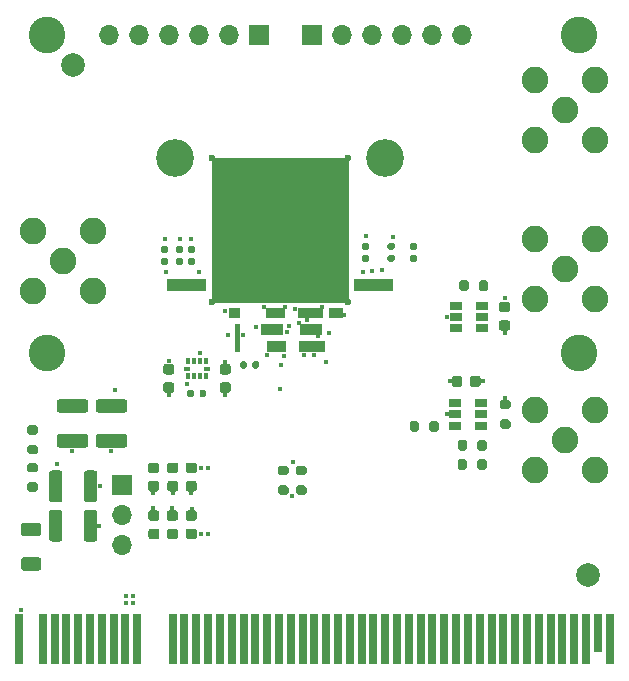
<source format=gbr>
%TF.GenerationSoftware,KiCad,Pcbnew,(5.1.10)-1*%
%TF.CreationDate,2021-08-04T12:31:07+02:00*%
%TF.ProjectId,astropix_v2,61737472-6f70-4697-985f-76322e6b6963,1.0*%
%TF.SameCoordinates,Original*%
%TF.FileFunction,Soldermask,Top*%
%TF.FilePolarity,Negative*%
%FSLAX46Y46*%
G04 Gerber Fmt 4.6, Leading zero omitted, Abs format (unit mm)*
G04 Created by KiCad (PCBNEW (5.1.10)-1) date 2021-08-04 12:31:07*
%MOMM*%
%LPD*%
G01*
G04 APERTURE LIST*
%ADD10C,0.100000*%
%ADD11C,3.100000*%
%ADD12C,3.200000*%
%ADD13R,0.700000X4.300000*%
%ADD14R,0.700000X3.200000*%
%ADD15R,0.125000X0.500000*%
%ADD16R,0.125000X0.600000*%
%ADD17R,9.800000X10.500000*%
%ADD18R,0.600000X0.125000*%
%ADD19C,0.600000*%
%ADD20O,1.700000X1.700000*%
%ADD21R,1.700000X1.700000*%
%ADD22R,0.299999X0.579999*%
%ADD23R,0.629999X0.349999*%
%ADD24R,1.060000X0.650000*%
%ADD25C,2.000000*%
%ADD26C,2.250000*%
%ADD27C,0.450000*%
G04 APERTURE END LIST*
D10*
%TO.C,U4*%
G36*
X121870000Y-76170000D02*
G01*
X118670000Y-76170000D01*
X118670000Y-75320000D01*
X121870000Y-75320000D01*
X121870000Y-76170000D01*
G37*
X121870000Y-76170000D02*
X118670000Y-76170000D01*
X118670000Y-75320000D01*
X121870000Y-75320000D01*
X121870000Y-76170000D01*
G36*
X137720000Y-76170000D02*
G01*
X134520000Y-76170000D01*
X134520000Y-75320000D01*
X137720000Y-75320000D01*
X137720000Y-76170000D01*
G37*
X137720000Y-76170000D02*
X134520000Y-76170000D01*
X134520000Y-75320000D01*
X137720000Y-75320000D01*
X137720000Y-76170000D01*
G36*
X124820000Y-81370000D02*
G01*
X124420000Y-81370000D01*
X124420000Y-79120000D01*
X124820000Y-79120000D01*
X124820000Y-81370000D01*
G37*
X124820000Y-81370000D02*
X124420000Y-81370000D01*
X124420000Y-79120000D01*
X124820000Y-79120000D01*
X124820000Y-81370000D01*
G36*
X124820000Y-78520000D02*
G01*
X123920000Y-78520000D01*
X123920000Y-77720000D01*
X124820000Y-77720000D01*
X124820000Y-78520000D01*
G37*
X124820000Y-78520000D02*
X123920000Y-78520000D01*
X123920000Y-77720000D01*
X124820000Y-77720000D01*
X124820000Y-78520000D01*
G36*
X131820000Y-78520000D02*
G01*
X129820000Y-78520000D01*
X129820000Y-77720000D01*
X131820000Y-77720000D01*
X131820000Y-78520000D01*
G37*
X131820000Y-78520000D02*
X129820000Y-78520000D01*
X129820000Y-77720000D01*
X131820000Y-77720000D01*
X131820000Y-78520000D01*
G36*
X131770000Y-79920000D02*
G01*
X129970000Y-79920000D01*
X129970000Y-79120000D01*
X131770000Y-79120000D01*
X131770000Y-79920000D01*
G37*
X131770000Y-79920000D02*
X129970000Y-79920000D01*
X129970000Y-79120000D01*
X131770000Y-79120000D01*
X131770000Y-79920000D01*
G36*
X131970000Y-81370000D02*
G01*
X129870000Y-81370000D01*
X129870000Y-80570000D01*
X131970000Y-80570000D01*
X131970000Y-81370000D01*
G37*
X131970000Y-81370000D02*
X129870000Y-81370000D01*
X129870000Y-80570000D01*
X131970000Y-80570000D01*
X131970000Y-81370000D01*
G36*
X128670000Y-81370000D02*
G01*
X127170000Y-81370000D01*
X127170000Y-80570000D01*
X128670000Y-80570000D01*
X128670000Y-81370000D01*
G37*
X128670000Y-81370000D02*
X127170000Y-81370000D01*
X127170000Y-80570000D01*
X128670000Y-80570000D01*
X128670000Y-81370000D01*
G36*
X128470000Y-79920000D02*
G01*
X126670000Y-79920000D01*
X126670000Y-79120000D01*
X128470000Y-79120000D01*
X128470000Y-79920000D01*
G37*
X128470000Y-79920000D02*
X126670000Y-79920000D01*
X126670000Y-79120000D01*
X128470000Y-79120000D01*
X128470000Y-79920000D01*
G36*
X128570000Y-78520000D02*
G01*
X127070000Y-78520000D01*
X127070000Y-77720000D01*
X128570000Y-77720000D01*
X128570000Y-78520000D01*
G37*
X128570000Y-78520000D02*
X127070000Y-78520000D01*
X127070000Y-77720000D01*
X128570000Y-77720000D01*
X128570000Y-78520000D01*
G36*
X134020000Y-77220000D02*
G01*
X122520000Y-77220000D01*
X122520000Y-65020000D01*
X134020000Y-65020000D01*
X134020000Y-77220000D01*
G37*
X134020000Y-77220000D02*
X122520000Y-77220000D01*
X122520000Y-65020000D01*
X134020000Y-65020000D01*
X134020000Y-77220000D01*
G36*
X133520000Y-78520000D02*
G01*
X132370000Y-78520000D01*
X132370000Y-77720000D01*
X133520000Y-77720000D01*
X133520000Y-78520000D01*
G37*
X133520000Y-78520000D02*
X132370000Y-78520000D01*
X132370000Y-77720000D01*
X133520000Y-77720000D01*
X133520000Y-78520000D01*
%TD*%
D11*
%TO.C,H3*%
X108572000Y-54580000D03*
X153572000Y-54580000D03*
X108572000Y-81580000D03*
X153572000Y-81580000D03*
%TD*%
D12*
%TO.C,H2*%
X137160000Y-65024000D03*
%TD*%
%TO.C,H1*%
X119380000Y-65024000D03*
%TD*%
%TO.C,R8*%
G36*
G01*
X139388000Y-73265000D02*
X139758000Y-73265000D01*
G75*
G02*
X139893000Y-73400000I0J-135000D01*
G01*
X139893000Y-73670000D01*
G75*
G02*
X139758000Y-73805000I-135000J0D01*
G01*
X139388000Y-73805000D01*
G75*
G02*
X139253000Y-73670000I0J135000D01*
G01*
X139253000Y-73400000D01*
G75*
G02*
X139388000Y-73265000I135000J0D01*
G01*
G37*
G36*
G01*
X139388000Y-72245000D02*
X139758000Y-72245000D01*
G75*
G02*
X139893000Y-72380000I0J-135000D01*
G01*
X139893000Y-72650000D01*
G75*
G02*
X139758000Y-72785000I-135000J0D01*
G01*
X139388000Y-72785000D01*
G75*
G02*
X139253000Y-72650000I0J135000D01*
G01*
X139253000Y-72380000D01*
G75*
G02*
X139388000Y-72245000I135000J0D01*
G01*
G37*
%TD*%
%TO.C,R18*%
G36*
G01*
X135324000Y-73265000D02*
X135694000Y-73265000D01*
G75*
G02*
X135829000Y-73400000I0J-135000D01*
G01*
X135829000Y-73670000D01*
G75*
G02*
X135694000Y-73805000I-135000J0D01*
G01*
X135324000Y-73805000D01*
G75*
G02*
X135189000Y-73670000I0J135000D01*
G01*
X135189000Y-73400000D01*
G75*
G02*
X135324000Y-73265000I135000J0D01*
G01*
G37*
G36*
G01*
X135324000Y-72245000D02*
X135694000Y-72245000D01*
G75*
G02*
X135829000Y-72380000I0J-135000D01*
G01*
X135829000Y-72650000D01*
G75*
G02*
X135694000Y-72785000I-135000J0D01*
G01*
X135324000Y-72785000D01*
G75*
G02*
X135189000Y-72650000I0J135000D01*
G01*
X135189000Y-72380000D01*
G75*
G02*
X135324000Y-72245000I135000J0D01*
G01*
G37*
%TD*%
%TO.C,R17*%
G36*
G01*
X137483000Y-73265000D02*
X137853000Y-73265000D01*
G75*
G02*
X137988000Y-73400000I0J-135000D01*
G01*
X137988000Y-73670000D01*
G75*
G02*
X137853000Y-73805000I-135000J0D01*
G01*
X137483000Y-73805000D01*
G75*
G02*
X137348000Y-73670000I0J135000D01*
G01*
X137348000Y-73400000D01*
G75*
G02*
X137483000Y-73265000I135000J0D01*
G01*
G37*
G36*
G01*
X137483000Y-72245000D02*
X137853000Y-72245000D01*
G75*
G02*
X137988000Y-72380000I0J-135000D01*
G01*
X137988000Y-72650000D01*
G75*
G02*
X137853000Y-72785000I-135000J0D01*
G01*
X137483000Y-72785000D01*
G75*
G02*
X137348000Y-72650000I0J135000D01*
G01*
X137348000Y-72380000D01*
G75*
G02*
X137483000Y-72245000I135000J0D01*
G01*
G37*
%TD*%
%TO.C,R14*%
G36*
G01*
X118676000Y-73039000D02*
X118306000Y-73039000D01*
G75*
G02*
X118171000Y-72904000I0J135000D01*
G01*
X118171000Y-72634000D01*
G75*
G02*
X118306000Y-72499000I135000J0D01*
G01*
X118676000Y-72499000D01*
G75*
G02*
X118811000Y-72634000I0J-135000D01*
G01*
X118811000Y-72904000D01*
G75*
G02*
X118676000Y-73039000I-135000J0D01*
G01*
G37*
G36*
G01*
X118676000Y-74059000D02*
X118306000Y-74059000D01*
G75*
G02*
X118171000Y-73924000I0J135000D01*
G01*
X118171000Y-73654000D01*
G75*
G02*
X118306000Y-73519000I135000J0D01*
G01*
X118676000Y-73519000D01*
G75*
G02*
X118811000Y-73654000I0J-135000D01*
G01*
X118811000Y-73924000D01*
G75*
G02*
X118676000Y-74059000I-135000J0D01*
G01*
G37*
%TD*%
%TO.C,R13*%
G36*
G01*
X120962000Y-73041000D02*
X120592000Y-73041000D01*
G75*
G02*
X120457000Y-72906000I0J135000D01*
G01*
X120457000Y-72636000D01*
G75*
G02*
X120592000Y-72501000I135000J0D01*
G01*
X120962000Y-72501000D01*
G75*
G02*
X121097000Y-72636000I0J-135000D01*
G01*
X121097000Y-72906000D01*
G75*
G02*
X120962000Y-73041000I-135000J0D01*
G01*
G37*
G36*
G01*
X120962000Y-74061000D02*
X120592000Y-74061000D01*
G75*
G02*
X120457000Y-73926000I0J135000D01*
G01*
X120457000Y-73656000D01*
G75*
G02*
X120592000Y-73521000I135000J0D01*
G01*
X120962000Y-73521000D01*
G75*
G02*
X121097000Y-73656000I0J-135000D01*
G01*
X121097000Y-73926000D01*
G75*
G02*
X120962000Y-74061000I-135000J0D01*
G01*
G37*
%TD*%
%TO.C,R10*%
G36*
G01*
X119946000Y-73039000D02*
X119576000Y-73039000D01*
G75*
G02*
X119441000Y-72904000I0J135000D01*
G01*
X119441000Y-72634000D01*
G75*
G02*
X119576000Y-72499000I135000J0D01*
G01*
X119946000Y-72499000D01*
G75*
G02*
X120081000Y-72634000I0J-135000D01*
G01*
X120081000Y-72904000D01*
G75*
G02*
X119946000Y-73039000I-135000J0D01*
G01*
G37*
G36*
G01*
X119946000Y-74059000D02*
X119576000Y-74059000D01*
G75*
G02*
X119441000Y-73924000I0J135000D01*
G01*
X119441000Y-73654000D01*
G75*
G02*
X119576000Y-73519000I135000J0D01*
G01*
X119946000Y-73519000D01*
G75*
G02*
X120081000Y-73654000I0J-135000D01*
G01*
X120081000Y-73924000D01*
G75*
G02*
X119946000Y-74059000I-135000J0D01*
G01*
G37*
%TD*%
%TO.C,C14*%
G36*
G01*
X117826600Y-97313200D02*
X117326600Y-97313200D01*
G75*
G02*
X117101600Y-97088200I0J225000D01*
G01*
X117101600Y-96638200D01*
G75*
G02*
X117326600Y-96413200I225000J0D01*
G01*
X117826600Y-96413200D01*
G75*
G02*
X118051600Y-96638200I0J-225000D01*
G01*
X118051600Y-97088200D01*
G75*
G02*
X117826600Y-97313200I-225000J0D01*
G01*
G37*
G36*
G01*
X117826600Y-95763200D02*
X117326600Y-95763200D01*
G75*
G02*
X117101600Y-95538200I0J225000D01*
G01*
X117101600Y-95088200D01*
G75*
G02*
X117326600Y-94863200I225000J0D01*
G01*
X117826600Y-94863200D01*
G75*
G02*
X118051600Y-95088200I0J-225000D01*
G01*
X118051600Y-95538200D01*
G75*
G02*
X117826600Y-95763200I-225000J0D01*
G01*
G37*
%TD*%
D13*
%TO.C,J1*%
X156172000Y-105791000D03*
D14*
X155172000Y-105241000D03*
D13*
X154172000Y-105791000D03*
X124172000Y-105791000D03*
X142172000Y-105791000D03*
X125172000Y-105791000D03*
X149172000Y-105791000D03*
X144172000Y-105791000D03*
X115172000Y-105791000D03*
X131172000Y-105791000D03*
X141172000Y-105791000D03*
X108172000Y-105791000D03*
X122172000Y-105791000D03*
X153172000Y-105791000D03*
X151172000Y-105791000D03*
X119172000Y-105791000D03*
X120172000Y-105791000D03*
X133172000Y-105791000D03*
X110172000Y-105791000D03*
X150172000Y-105791000D03*
X132172000Y-105791000D03*
X112172000Y-105791000D03*
X128172000Y-105791000D03*
X116172000Y-105791000D03*
X145172000Y-105791000D03*
X143172000Y-105791000D03*
X139172000Y-105791000D03*
X127172000Y-105791000D03*
X109172000Y-105791000D03*
X130172000Y-105791000D03*
X146172000Y-105791000D03*
X138172000Y-105791000D03*
X136172000Y-105791000D03*
X134172000Y-105791000D03*
X126172000Y-105791000D03*
X152172000Y-105791000D03*
X147172000Y-105791000D03*
X140172000Y-105791000D03*
X137172000Y-105791000D03*
X148172000Y-105791000D03*
X111172000Y-105791000D03*
X114172000Y-105791000D03*
X129172000Y-105791000D03*
X135172000Y-105791000D03*
X121172000Y-105791000D03*
X106172000Y-105791000D03*
X123172000Y-105791000D03*
X113172000Y-105791000D03*
%TD*%
D15*
%TO.C,U4*%
X124220000Y-78120000D03*
X124320000Y-78120000D03*
D16*
X124520000Y-79520000D03*
X124620000Y-80970000D03*
X126820000Y-79520000D03*
X127120000Y-79520000D03*
X127220000Y-78120000D03*
X127320000Y-80970000D03*
X127420000Y-79520000D03*
X127520000Y-78120000D03*
X127620000Y-80970000D03*
X127720000Y-79520000D03*
X127820000Y-78120000D03*
X127920000Y-80970000D03*
X128020000Y-79520000D03*
X128120000Y-78120000D03*
X128220000Y-80970000D03*
X128320000Y-79520000D03*
X128420000Y-78120000D03*
D17*
X128270000Y-71120000D03*
D16*
X128520000Y-80970000D03*
X129920000Y-78120000D03*
X130020000Y-80970000D03*
X130120000Y-79520000D03*
X130220000Y-78120000D03*
X130320000Y-80970000D03*
X130420000Y-79520000D03*
X130520000Y-78120000D03*
D15*
X132720000Y-78120000D03*
X132870000Y-78120000D03*
X132570000Y-78120000D03*
D16*
X131720000Y-78120000D03*
X131820000Y-80970000D03*
X131620000Y-79520000D03*
X131020000Y-79520000D03*
X131120000Y-78120000D03*
X131220000Y-80970000D03*
X130920000Y-80970000D03*
X131320000Y-79520000D03*
X131420000Y-78120000D03*
X130620000Y-80970000D03*
X130820000Y-78120000D03*
X130720000Y-79520000D03*
D15*
X133320000Y-78120000D03*
X133020000Y-78120000D03*
X133170000Y-78120000D03*
D18*
X119120000Y-75470000D03*
X120320000Y-75570000D03*
X121470000Y-75670000D03*
X121470000Y-75970000D03*
X120320000Y-75870000D03*
X119120000Y-75770000D03*
X134920000Y-75770000D03*
X136070000Y-75870000D03*
X136070000Y-75570000D03*
X134920000Y-75470000D03*
X137270000Y-75670000D03*
X137270000Y-75970000D03*
D19*
X122520000Y-77220000D03*
X134020000Y-77220000D03*
X122520000Y-65020000D03*
X134020000Y-65020000D03*
%TD*%
D20*
%TO.C,JP1*%
X114909600Y-97790000D03*
X114909600Y-95250000D03*
D21*
X114909600Y-92710000D03*
%TD*%
%TO.C,R4*%
G36*
G01*
X125919200Y-82735000D02*
X125919200Y-82365000D01*
G75*
G02*
X126054200Y-82230000I135000J0D01*
G01*
X126324200Y-82230000D01*
G75*
G02*
X126459200Y-82365000I0J-135000D01*
G01*
X126459200Y-82735000D01*
G75*
G02*
X126324200Y-82870000I-135000J0D01*
G01*
X126054200Y-82870000D01*
G75*
G02*
X125919200Y-82735000I0J135000D01*
G01*
G37*
G36*
G01*
X124899200Y-82735000D02*
X124899200Y-82365000D01*
G75*
G02*
X125034200Y-82230000I135000J0D01*
G01*
X125304200Y-82230000D01*
G75*
G02*
X125439200Y-82365000I0J-135000D01*
G01*
X125439200Y-82735000D01*
G75*
G02*
X125304200Y-82870000I-135000J0D01*
G01*
X125034200Y-82870000D01*
G75*
G02*
X124899200Y-82735000I0J135000D01*
G01*
G37*
%TD*%
D22*
%TO.C,U2*%
X120458799Y-83520199D03*
X120958801Y-83520199D03*
X121458799Y-83520199D03*
X121958799Y-83520199D03*
D23*
X122068801Y-82880196D03*
D22*
X121958799Y-82240199D03*
X121458799Y-82240199D03*
X120958801Y-82240199D03*
X120458799Y-82240199D03*
D23*
X120348799Y-82880196D03*
%TD*%
%TO.C,C3*%
G36*
G01*
X109844000Y-95064399D02*
X109844000Y-97264401D01*
G75*
G02*
X109594001Y-97514400I-249999J0D01*
G01*
X108943999Y-97514400D01*
G75*
G02*
X108694000Y-97264401I0J249999D01*
G01*
X108694000Y-95064399D01*
G75*
G02*
X108943999Y-94814400I249999J0D01*
G01*
X109594001Y-94814400D01*
G75*
G02*
X109844000Y-95064399I0J-249999D01*
G01*
G37*
G36*
G01*
X112794000Y-95064399D02*
X112794000Y-97264401D01*
G75*
G02*
X112544001Y-97514400I-249999J0D01*
G01*
X111893999Y-97514400D01*
G75*
G02*
X111644000Y-97264401I0J249999D01*
G01*
X111644000Y-95064399D01*
G75*
G02*
X111893999Y-94814400I249999J0D01*
G01*
X112544001Y-94814400D01*
G75*
G02*
X112794000Y-95064399I0J-249999D01*
G01*
G37*
%TD*%
%TO.C,R3*%
G36*
G01*
X121448800Y-85148000D02*
X121448800Y-84778000D01*
G75*
G02*
X121583800Y-84643000I135000J0D01*
G01*
X121853800Y-84643000D01*
G75*
G02*
X121988800Y-84778000I0J-135000D01*
G01*
X121988800Y-85148000D01*
G75*
G02*
X121853800Y-85283000I-135000J0D01*
G01*
X121583800Y-85283000D01*
G75*
G02*
X121448800Y-85148000I0J135000D01*
G01*
G37*
G36*
G01*
X120428800Y-85148000D02*
X120428800Y-84778000D01*
G75*
G02*
X120563800Y-84643000I135000J0D01*
G01*
X120833800Y-84643000D01*
G75*
G02*
X120968800Y-84778000I0J-135000D01*
G01*
X120968800Y-85148000D01*
G75*
G02*
X120833800Y-85283000I-135000J0D01*
G01*
X120563800Y-85283000D01*
G75*
G02*
X120428800Y-85148000I0J135000D01*
G01*
G37*
%TD*%
%TO.C,R6*%
G36*
G01*
X144228500Y-75569400D02*
X144228500Y-76119400D01*
G75*
G02*
X144028500Y-76319400I-200000J0D01*
G01*
X143628500Y-76319400D01*
G75*
G02*
X143428500Y-76119400I0J200000D01*
G01*
X143428500Y-75569400D01*
G75*
G02*
X143628500Y-75369400I200000J0D01*
G01*
X144028500Y-75369400D01*
G75*
G02*
X144228500Y-75569400I0J-200000D01*
G01*
G37*
G36*
G01*
X145878500Y-75569400D02*
X145878500Y-76119400D01*
G75*
G02*
X145678500Y-76319400I-200000J0D01*
G01*
X145278500Y-76319400D01*
G75*
G02*
X145078500Y-76119400I0J200000D01*
G01*
X145078500Y-75569400D01*
G75*
G02*
X145278500Y-75369400I200000J0D01*
G01*
X145678500Y-75369400D01*
G75*
G02*
X145878500Y-75569400I0J-200000D01*
G01*
G37*
%TD*%
%TO.C,C7*%
G36*
G01*
X118596600Y-84018000D02*
X119096600Y-84018000D01*
G75*
G02*
X119321600Y-84243000I0J-225000D01*
G01*
X119321600Y-84693000D01*
G75*
G02*
X119096600Y-84918000I-225000J0D01*
G01*
X118596600Y-84918000D01*
G75*
G02*
X118371600Y-84693000I0J225000D01*
G01*
X118371600Y-84243000D01*
G75*
G02*
X118596600Y-84018000I225000J0D01*
G01*
G37*
G36*
G01*
X118596600Y-82468000D02*
X119096600Y-82468000D01*
G75*
G02*
X119321600Y-82693000I0J-225000D01*
G01*
X119321600Y-83143000D01*
G75*
G02*
X119096600Y-83368000I-225000J0D01*
G01*
X118596600Y-83368000D01*
G75*
G02*
X118371600Y-83143000I0J225000D01*
G01*
X118371600Y-82693000D01*
G75*
G02*
X118596600Y-82468000I225000J0D01*
G01*
G37*
%TD*%
%TO.C,R5*%
G36*
G01*
X130323000Y-91904000D02*
X129773000Y-91904000D01*
G75*
G02*
X129573000Y-91704000I0J200000D01*
G01*
X129573000Y-91304000D01*
G75*
G02*
X129773000Y-91104000I200000J0D01*
G01*
X130323000Y-91104000D01*
G75*
G02*
X130523000Y-91304000I0J-200000D01*
G01*
X130523000Y-91704000D01*
G75*
G02*
X130323000Y-91904000I-200000J0D01*
G01*
G37*
G36*
G01*
X130323000Y-93554000D02*
X129773000Y-93554000D01*
G75*
G02*
X129573000Y-93354000I0J200000D01*
G01*
X129573000Y-92954000D01*
G75*
G02*
X129773000Y-92754000I200000J0D01*
G01*
X130323000Y-92754000D01*
G75*
G02*
X130523000Y-92954000I0J-200000D01*
G01*
X130523000Y-93354000D01*
G75*
G02*
X130323000Y-93554000I-200000J0D01*
G01*
G37*
%TD*%
%TO.C,R16*%
G36*
G01*
X144101000Y-89082200D02*
X144101000Y-89632200D01*
G75*
G02*
X143901000Y-89832200I-200000J0D01*
G01*
X143501000Y-89832200D01*
G75*
G02*
X143301000Y-89632200I0J200000D01*
G01*
X143301000Y-89082200D01*
G75*
G02*
X143501000Y-88882200I200000J0D01*
G01*
X143901000Y-88882200D01*
G75*
G02*
X144101000Y-89082200I0J-200000D01*
G01*
G37*
G36*
G01*
X145751000Y-89082200D02*
X145751000Y-89632200D01*
G75*
G02*
X145551000Y-89832200I-200000J0D01*
G01*
X145151000Y-89832200D01*
G75*
G02*
X144951000Y-89632200I0J200000D01*
G01*
X144951000Y-89082200D01*
G75*
G02*
X145151000Y-88882200I200000J0D01*
G01*
X145551000Y-88882200D01*
G75*
G02*
X145751000Y-89082200I0J-200000D01*
G01*
G37*
%TD*%
%TO.C,R15*%
G36*
G01*
X147595000Y-86316000D02*
X147045000Y-86316000D01*
G75*
G02*
X146845000Y-86116000I0J200000D01*
G01*
X146845000Y-85716000D01*
G75*
G02*
X147045000Y-85516000I200000J0D01*
G01*
X147595000Y-85516000D01*
G75*
G02*
X147795000Y-85716000I0J-200000D01*
G01*
X147795000Y-86116000D01*
G75*
G02*
X147595000Y-86316000I-200000J0D01*
G01*
G37*
G36*
G01*
X147595000Y-87966000D02*
X147045000Y-87966000D01*
G75*
G02*
X146845000Y-87766000I0J200000D01*
G01*
X146845000Y-87366000D01*
G75*
G02*
X147045000Y-87166000I200000J0D01*
G01*
X147595000Y-87166000D01*
G75*
G02*
X147795000Y-87366000I0J-200000D01*
G01*
X147795000Y-87766000D01*
G75*
G02*
X147595000Y-87966000I-200000J0D01*
G01*
G37*
%TD*%
%TO.C,R9*%
G36*
G01*
X140037000Y-87482000D02*
X140037000Y-88032000D01*
G75*
G02*
X139837000Y-88232000I-200000J0D01*
G01*
X139437000Y-88232000D01*
G75*
G02*
X139237000Y-88032000I0J200000D01*
G01*
X139237000Y-87482000D01*
G75*
G02*
X139437000Y-87282000I200000J0D01*
G01*
X139837000Y-87282000D01*
G75*
G02*
X140037000Y-87482000I0J-200000D01*
G01*
G37*
G36*
G01*
X141687000Y-87482000D02*
X141687000Y-88032000D01*
G75*
G02*
X141487000Y-88232000I-200000J0D01*
G01*
X141087000Y-88232000D01*
G75*
G02*
X140887000Y-88032000I0J200000D01*
G01*
X140887000Y-87482000D01*
G75*
G02*
X141087000Y-87282000I200000J0D01*
G01*
X141487000Y-87282000D01*
G75*
G02*
X141687000Y-87482000I0J-200000D01*
G01*
G37*
%TD*%
%TO.C,R1*%
G36*
G01*
X106562997Y-98842400D02*
X107813003Y-98842400D01*
G75*
G02*
X108063000Y-99092397I0J-249997D01*
G01*
X108063000Y-99717403D01*
G75*
G02*
X107813003Y-99967400I-249997J0D01*
G01*
X106562997Y-99967400D01*
G75*
G02*
X106313000Y-99717403I0J249997D01*
G01*
X106313000Y-99092397D01*
G75*
G02*
X106562997Y-98842400I249997J0D01*
G01*
G37*
G36*
G01*
X106562997Y-95917400D02*
X107813003Y-95917400D01*
G75*
G02*
X108063000Y-96167397I0J-249997D01*
G01*
X108063000Y-96792403D01*
G75*
G02*
X107813003Y-97042400I-249997J0D01*
G01*
X106562997Y-97042400D01*
G75*
G02*
X106313000Y-96792403I0J249997D01*
G01*
X106313000Y-96167397D01*
G75*
G02*
X106562997Y-95917400I249997J0D01*
G01*
G37*
%TD*%
D24*
%TO.C,U1*%
X145245000Y-86741000D03*
X145245000Y-85791000D03*
X145245000Y-87691000D03*
X143045000Y-87691000D03*
X143045000Y-86741000D03*
X143045000Y-85791000D03*
%TD*%
%TO.C,U3*%
X145372000Y-78486000D03*
X145372000Y-77536000D03*
X145372000Y-79436000D03*
X143172000Y-79436000D03*
X143172000Y-78486000D03*
X143172000Y-77536000D03*
%TD*%
D25*
%TO.C,FID2*%
X154305000Y-100330000D03*
%TD*%
%TO.C,FID1*%
X110744000Y-57150000D03*
%TD*%
%TO.C,R12*%
G36*
G01*
X107590000Y-88475000D02*
X107040000Y-88475000D01*
G75*
G02*
X106840000Y-88275000I0J200000D01*
G01*
X106840000Y-87875000D01*
G75*
G02*
X107040000Y-87675000I200000J0D01*
G01*
X107590000Y-87675000D01*
G75*
G02*
X107790000Y-87875000I0J-200000D01*
G01*
X107790000Y-88275000D01*
G75*
G02*
X107590000Y-88475000I-200000J0D01*
G01*
G37*
G36*
G01*
X107590000Y-90125000D02*
X107040000Y-90125000D01*
G75*
G02*
X106840000Y-89925000I0J200000D01*
G01*
X106840000Y-89525000D01*
G75*
G02*
X107040000Y-89325000I200000J0D01*
G01*
X107590000Y-89325000D01*
G75*
G02*
X107790000Y-89525000I0J-200000D01*
G01*
X107790000Y-89925000D01*
G75*
G02*
X107590000Y-90125000I-200000J0D01*
G01*
G37*
%TD*%
%TO.C,R11*%
G36*
G01*
X107040000Y-92500000D02*
X107590000Y-92500000D01*
G75*
G02*
X107790000Y-92700000I0J-200000D01*
G01*
X107790000Y-93100000D01*
G75*
G02*
X107590000Y-93300000I-200000J0D01*
G01*
X107040000Y-93300000D01*
G75*
G02*
X106840000Y-93100000I0J200000D01*
G01*
X106840000Y-92700000D01*
G75*
G02*
X107040000Y-92500000I200000J0D01*
G01*
G37*
G36*
G01*
X107040000Y-90850000D02*
X107590000Y-90850000D01*
G75*
G02*
X107790000Y-91050000I0J-200000D01*
G01*
X107790000Y-91450000D01*
G75*
G02*
X107590000Y-91650000I-200000J0D01*
G01*
X107040000Y-91650000D01*
G75*
G02*
X106840000Y-91450000I0J200000D01*
G01*
X106840000Y-91050000D01*
G75*
G02*
X107040000Y-90850000I200000J0D01*
G01*
G37*
%TD*%
%TO.C,C6*%
G36*
G01*
X111793201Y-86603000D02*
X109593199Y-86603000D01*
G75*
G02*
X109343200Y-86353001I0J249999D01*
G01*
X109343200Y-85702999D01*
G75*
G02*
X109593199Y-85453000I249999J0D01*
G01*
X111793201Y-85453000D01*
G75*
G02*
X112043200Y-85702999I0J-249999D01*
G01*
X112043200Y-86353001D01*
G75*
G02*
X111793201Y-86603000I-249999J0D01*
G01*
G37*
G36*
G01*
X111793201Y-89553000D02*
X109593199Y-89553000D01*
G75*
G02*
X109343200Y-89303001I0J249999D01*
G01*
X109343200Y-88652999D01*
G75*
G02*
X109593199Y-88403000I249999J0D01*
G01*
X111793201Y-88403000D01*
G75*
G02*
X112043200Y-88652999I0J-249999D01*
G01*
X112043200Y-89303001D01*
G75*
G02*
X111793201Y-89553000I-249999J0D01*
G01*
G37*
%TD*%
%TO.C,C5*%
G36*
G01*
X109844000Y-91736999D02*
X109844000Y-93937001D01*
G75*
G02*
X109594001Y-94187000I-249999J0D01*
G01*
X108943999Y-94187000D01*
G75*
G02*
X108694000Y-93937001I0J249999D01*
G01*
X108694000Y-91736999D01*
G75*
G02*
X108943999Y-91487000I249999J0D01*
G01*
X109594001Y-91487000D01*
G75*
G02*
X109844000Y-91736999I0J-249999D01*
G01*
G37*
G36*
G01*
X112794000Y-91736999D02*
X112794000Y-93937001D01*
G75*
G02*
X112544001Y-94187000I-249999J0D01*
G01*
X111893999Y-94187000D01*
G75*
G02*
X111644000Y-93937001I0J249999D01*
G01*
X111644000Y-91736999D01*
G75*
G02*
X111893999Y-91487000I249999J0D01*
G01*
X112544001Y-91487000D01*
G75*
G02*
X112794000Y-91736999I0J-249999D01*
G01*
G37*
%TD*%
%TO.C,C4*%
G36*
G01*
X115095201Y-86603000D02*
X112895199Y-86603000D01*
G75*
G02*
X112645200Y-86353001I0J249999D01*
G01*
X112645200Y-85702999D01*
G75*
G02*
X112895199Y-85453000I249999J0D01*
G01*
X115095201Y-85453000D01*
G75*
G02*
X115345200Y-85702999I0J-249999D01*
G01*
X115345200Y-86353001D01*
G75*
G02*
X115095201Y-86603000I-249999J0D01*
G01*
G37*
G36*
G01*
X115095201Y-89553000D02*
X112895199Y-89553000D01*
G75*
G02*
X112645200Y-89303001I0J249999D01*
G01*
X112645200Y-88652999D01*
G75*
G02*
X112895199Y-88403000I249999J0D01*
G01*
X115095201Y-88403000D01*
G75*
G02*
X115345200Y-88652999I0J-249999D01*
G01*
X115345200Y-89303001D01*
G75*
G02*
X115095201Y-89553000I-249999J0D01*
G01*
G37*
%TD*%
%TO.C,R7*%
G36*
G01*
X128799000Y-91904000D02*
X128249000Y-91904000D01*
G75*
G02*
X128049000Y-91704000I0J200000D01*
G01*
X128049000Y-91304000D01*
G75*
G02*
X128249000Y-91104000I200000J0D01*
G01*
X128799000Y-91104000D01*
G75*
G02*
X128999000Y-91304000I0J-200000D01*
G01*
X128999000Y-91704000D01*
G75*
G02*
X128799000Y-91904000I-200000J0D01*
G01*
G37*
G36*
G01*
X128799000Y-93554000D02*
X128249000Y-93554000D01*
G75*
G02*
X128049000Y-93354000I0J200000D01*
G01*
X128049000Y-92954000D01*
G75*
G02*
X128249000Y-92754000I200000J0D01*
G01*
X128799000Y-92754000D01*
G75*
G02*
X128999000Y-92954000I0J-200000D01*
G01*
X128999000Y-93354000D01*
G75*
G02*
X128799000Y-93554000I-200000J0D01*
G01*
G37*
%TD*%
%TO.C,R2*%
G36*
G01*
X144101000Y-90707800D02*
X144101000Y-91257800D01*
G75*
G02*
X143901000Y-91457800I-200000J0D01*
G01*
X143501000Y-91457800D01*
G75*
G02*
X143301000Y-91257800I0J200000D01*
G01*
X143301000Y-90707800D01*
G75*
G02*
X143501000Y-90507800I200000J0D01*
G01*
X143901000Y-90507800D01*
G75*
G02*
X144101000Y-90707800I0J-200000D01*
G01*
G37*
G36*
G01*
X145751000Y-90707800D02*
X145751000Y-91257800D01*
G75*
G02*
X145551000Y-91457800I-200000J0D01*
G01*
X145151000Y-91457800D01*
G75*
G02*
X144951000Y-91257800I0J200000D01*
G01*
X144951000Y-90707800D01*
G75*
G02*
X145151000Y-90507800I200000J0D01*
G01*
X145551000Y-90507800D01*
G75*
G02*
X145751000Y-90707800I0J-200000D01*
G01*
G37*
%TD*%
D20*
%TO.C,J10*%
X143637000Y-54610000D03*
X141097000Y-54610000D03*
X138557000Y-54610000D03*
X136017000Y-54610000D03*
X133477000Y-54610000D03*
D21*
X130937000Y-54610000D03*
%TD*%
D20*
%TO.C,J9*%
X113792000Y-54610000D03*
X116332000Y-54610000D03*
X118872000Y-54610000D03*
X121412000Y-54610000D03*
X123952000Y-54610000D03*
D21*
X126492000Y-54610000D03*
%TD*%
D26*
%TO.C,J6*%
X112395000Y-76327000D03*
X107315000Y-76327000D03*
X107315000Y-71247000D03*
X112395000Y-71247000D03*
X109855000Y-73787000D03*
%TD*%
%TO.C,J5*%
X149860000Y-58420000D03*
X154940000Y-58420000D03*
X154940000Y-63500000D03*
X149860000Y-63500000D03*
X152400000Y-60960000D03*
%TD*%
%TO.C,J4*%
X149860000Y-71882000D03*
X154940000Y-71882000D03*
X154940000Y-76962000D03*
X149860000Y-76962000D03*
X152400000Y-74422000D03*
%TD*%
%TO.C,J3*%
X149860000Y-86360000D03*
X154940000Y-86360000D03*
X154940000Y-91440000D03*
X149860000Y-91440000D03*
X152400000Y-88900000D03*
%TD*%
%TO.C,C10*%
G36*
G01*
X117301200Y-92374600D02*
X117801200Y-92374600D01*
G75*
G02*
X118026200Y-92599600I0J-225000D01*
G01*
X118026200Y-93049600D01*
G75*
G02*
X117801200Y-93274600I-225000J0D01*
G01*
X117301200Y-93274600D01*
G75*
G02*
X117076200Y-93049600I0J225000D01*
G01*
X117076200Y-92599600D01*
G75*
G02*
X117301200Y-92374600I225000J0D01*
G01*
G37*
G36*
G01*
X117301200Y-90824600D02*
X117801200Y-90824600D01*
G75*
G02*
X118026200Y-91049600I0J-225000D01*
G01*
X118026200Y-91499600D01*
G75*
G02*
X117801200Y-91724600I-225000J0D01*
G01*
X117301200Y-91724600D01*
G75*
G02*
X117076200Y-91499600I0J225000D01*
G01*
X117076200Y-91049600D01*
G75*
G02*
X117301200Y-90824600I225000J0D01*
G01*
G37*
%TD*%
%TO.C,C12*%
G36*
G01*
X123371800Y-84018000D02*
X123871800Y-84018000D01*
G75*
G02*
X124096800Y-84243000I0J-225000D01*
G01*
X124096800Y-84693000D01*
G75*
G02*
X123871800Y-84918000I-225000J0D01*
G01*
X123371800Y-84918000D01*
G75*
G02*
X123146800Y-84693000I0J225000D01*
G01*
X123146800Y-84243000D01*
G75*
G02*
X123371800Y-84018000I225000J0D01*
G01*
G37*
G36*
G01*
X123371800Y-82468000D02*
X123871800Y-82468000D01*
G75*
G02*
X124096800Y-82693000I0J-225000D01*
G01*
X124096800Y-83143000D01*
G75*
G02*
X123871800Y-83368000I-225000J0D01*
G01*
X123371800Y-83368000D01*
G75*
G02*
X123146800Y-83143000I0J225000D01*
G01*
X123146800Y-82693000D01*
G75*
G02*
X123371800Y-82468000I225000J0D01*
G01*
G37*
%TD*%
%TO.C,C13*%
G36*
G01*
X119401400Y-95763200D02*
X118901400Y-95763200D01*
G75*
G02*
X118676400Y-95538200I0J225000D01*
G01*
X118676400Y-95088200D01*
G75*
G02*
X118901400Y-94863200I225000J0D01*
G01*
X119401400Y-94863200D01*
G75*
G02*
X119626400Y-95088200I0J-225000D01*
G01*
X119626400Y-95538200D01*
G75*
G02*
X119401400Y-95763200I-225000J0D01*
G01*
G37*
G36*
G01*
X119401400Y-97313200D02*
X118901400Y-97313200D01*
G75*
G02*
X118676400Y-97088200I0J225000D01*
G01*
X118676400Y-96638200D01*
G75*
G02*
X118901400Y-96413200I225000J0D01*
G01*
X119401400Y-96413200D01*
G75*
G02*
X119626400Y-96638200I0J-225000D01*
G01*
X119626400Y-97088200D01*
G75*
G02*
X119401400Y-97313200I-225000J0D01*
G01*
G37*
%TD*%
%TO.C,C11*%
G36*
G01*
X121001600Y-95763200D02*
X120501600Y-95763200D01*
G75*
G02*
X120276600Y-95538200I0J225000D01*
G01*
X120276600Y-95088200D01*
G75*
G02*
X120501600Y-94863200I225000J0D01*
G01*
X121001600Y-94863200D01*
G75*
G02*
X121226600Y-95088200I0J-225000D01*
G01*
X121226600Y-95538200D01*
G75*
G02*
X121001600Y-95763200I-225000J0D01*
G01*
G37*
G36*
G01*
X121001600Y-97313200D02*
X120501600Y-97313200D01*
G75*
G02*
X120276600Y-97088200I0J225000D01*
G01*
X120276600Y-96638200D01*
G75*
G02*
X120501600Y-96413200I225000J0D01*
G01*
X121001600Y-96413200D01*
G75*
G02*
X121226600Y-96638200I0J-225000D01*
G01*
X121226600Y-97088200D01*
G75*
G02*
X121001600Y-97313200I-225000J0D01*
G01*
G37*
%TD*%
%TO.C,C9*%
G36*
G01*
X118926800Y-92374600D02*
X119426800Y-92374600D01*
G75*
G02*
X119651800Y-92599600I0J-225000D01*
G01*
X119651800Y-93049600D01*
G75*
G02*
X119426800Y-93274600I-225000J0D01*
G01*
X118926800Y-93274600D01*
G75*
G02*
X118701800Y-93049600I0J225000D01*
G01*
X118701800Y-92599600D01*
G75*
G02*
X118926800Y-92374600I225000J0D01*
G01*
G37*
G36*
G01*
X118926800Y-90824600D02*
X119426800Y-90824600D01*
G75*
G02*
X119651800Y-91049600I0J-225000D01*
G01*
X119651800Y-91499600D01*
G75*
G02*
X119426800Y-91724600I-225000J0D01*
G01*
X118926800Y-91724600D01*
G75*
G02*
X118701800Y-91499600I0J225000D01*
G01*
X118701800Y-91049600D01*
G75*
G02*
X118926800Y-90824600I225000J0D01*
G01*
G37*
%TD*%
%TO.C,C8*%
G36*
G01*
X120501600Y-92374600D02*
X121001600Y-92374600D01*
G75*
G02*
X121226600Y-92599600I0J-225000D01*
G01*
X121226600Y-93049600D01*
G75*
G02*
X121001600Y-93274600I-225000J0D01*
G01*
X120501600Y-93274600D01*
G75*
G02*
X120276600Y-93049600I0J225000D01*
G01*
X120276600Y-92599600D01*
G75*
G02*
X120501600Y-92374600I225000J0D01*
G01*
G37*
G36*
G01*
X120501600Y-90824600D02*
X121001600Y-90824600D01*
G75*
G02*
X121226600Y-91049600I0J-225000D01*
G01*
X121226600Y-91499600D01*
G75*
G02*
X121001600Y-91724600I-225000J0D01*
G01*
X120501600Y-91724600D01*
G75*
G02*
X120276600Y-91499600I0J225000D01*
G01*
X120276600Y-91049600D01*
G75*
G02*
X120501600Y-90824600I225000J0D01*
G01*
G37*
%TD*%
%TO.C,C2*%
G36*
G01*
X143693000Y-83697000D02*
X143693000Y-84197000D01*
G75*
G02*
X143468000Y-84422000I-225000J0D01*
G01*
X143018000Y-84422000D01*
G75*
G02*
X142793000Y-84197000I0J225000D01*
G01*
X142793000Y-83697000D01*
G75*
G02*
X143018000Y-83472000I225000J0D01*
G01*
X143468000Y-83472000D01*
G75*
G02*
X143693000Y-83697000I0J-225000D01*
G01*
G37*
G36*
G01*
X145243000Y-83697000D02*
X145243000Y-84197000D01*
G75*
G02*
X145018000Y-84422000I-225000J0D01*
G01*
X144568000Y-84422000D01*
G75*
G02*
X144343000Y-84197000I0J225000D01*
G01*
X144343000Y-83697000D01*
G75*
G02*
X144568000Y-83472000I225000J0D01*
G01*
X145018000Y-83472000D01*
G75*
G02*
X145243000Y-83697000I0J-225000D01*
G01*
G37*
%TD*%
%TO.C,C1*%
G36*
G01*
X147019200Y-78760200D02*
X147519200Y-78760200D01*
G75*
G02*
X147744200Y-78985200I0J-225000D01*
G01*
X147744200Y-79435200D01*
G75*
G02*
X147519200Y-79660200I-225000J0D01*
G01*
X147019200Y-79660200D01*
G75*
G02*
X146794200Y-79435200I0J225000D01*
G01*
X146794200Y-78985200D01*
G75*
G02*
X147019200Y-78760200I225000J0D01*
G01*
G37*
G36*
G01*
X147019200Y-77210200D02*
X147519200Y-77210200D01*
G75*
G02*
X147744200Y-77435200I0J-225000D01*
G01*
X147744200Y-77885200D01*
G75*
G02*
X147519200Y-78110200I-225000J0D01*
G01*
X147019200Y-78110200D01*
G75*
G02*
X146794200Y-77885200I0J225000D01*
G01*
X146794200Y-77435200D01*
G75*
G02*
X147019200Y-77210200I225000J0D01*
G01*
G37*
%TD*%
D27*
X128676400Y-77647800D03*
X126923800Y-77645000D03*
X118846600Y-82245200D03*
X123621800Y-82270606D03*
X121602198Y-91274600D03*
X122174010Y-91287600D03*
X129286000Y-93649798D03*
X131438370Y-80070025D03*
X130511716Y-78787014D03*
X147269200Y-76911200D03*
X145415000Y-83947000D03*
X125095000Y-80010000D03*
X122123200Y-96850200D03*
X121551404Y-96863200D03*
X131445000Y-74015600D03*
X125095000Y-74015600D03*
X128270000Y-74015600D03*
X131445000Y-71120000D03*
X128270000Y-71120000D03*
X125095000Y-71120000D03*
X131445000Y-67945000D03*
X128270000Y-67945000D03*
X125095000Y-67945000D03*
X114274600Y-84709000D03*
X133718300Y-78359000D03*
X129381490Y-90754206D03*
X126187200Y-79349600D03*
X129507436Y-77851000D03*
X132156200Y-82321400D03*
X132384800Y-79857600D03*
X129050524Y-79221109D03*
X147269200Y-79832200D03*
X142367000Y-86741000D03*
X142621000Y-83947000D03*
X147320000Y-85344000D03*
X113030000Y-92837000D03*
X120777000Y-94742000D03*
X117500400Y-93421200D03*
X119176800Y-93421200D03*
X120751600Y-93421200D03*
X121488200Y-81534000D03*
X115214400Y-102108000D03*
X115214400Y-102743000D03*
X115824000Y-102108000D03*
X115824000Y-102717600D03*
X117500388Y-94691200D03*
X113944400Y-89814398D03*
X110642400Y-89814400D03*
X120395996Y-84201000D03*
X123596400Y-85090006D03*
X123875800Y-80010004D03*
X131785620Y-77645014D03*
X118846600Y-85115400D03*
X119151402Y-94691200D03*
X112937990Y-96164400D03*
X142367000Y-78498694D03*
X131157489Y-81730881D03*
X130310139Y-81684664D03*
X127192846Y-81686398D03*
X129874775Y-78998077D03*
X128607447Y-81801912D03*
X128301510Y-84582000D03*
X106297030Y-103276400D03*
X118491000Y-71882000D03*
X118618000Y-74675996D03*
X121412000Y-74676000D03*
X120739311Y-71919689D03*
X119761000Y-71882000D03*
X136857490Y-74523574D03*
X135509000Y-71628000D03*
X137795000Y-71755000D03*
X136070000Y-74627402D03*
X135255000Y-74649590D03*
X109347000Y-90932000D03*
X123571000Y-78020022D03*
X128332510Y-82524600D03*
X128828800Y-79806800D03*
M02*

</source>
